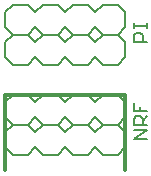
<source format=gto>
G75*
%MOIN*%
%OFA0B0*%
%FSLAX25Y25*%
%IPPOS*%
%LPD*%
%AMOC8*
5,1,8,0,0,1.08239X$1,22.5*
%
%ADD10C,0.01200*%
%ADD11C,0.00600*%
%ADD12C,0.00800*%
D10*
X0006000Y0001600D02*
X0006000Y0026600D01*
X0046000Y0026600D01*
X0046000Y0001600D01*
D11*
X0048796Y0011900D02*
X0053200Y0014836D01*
X0048796Y0014836D01*
X0048796Y0016504D02*
X0048796Y0018706D01*
X0049530Y0019440D01*
X0050998Y0019440D01*
X0051732Y0018706D01*
X0051732Y0016504D01*
X0051732Y0017972D02*
X0053200Y0019440D01*
X0053200Y0021108D02*
X0048796Y0021108D01*
X0048796Y0024044D01*
X0050998Y0022576D02*
X0050998Y0021108D01*
X0053200Y0016504D02*
X0048796Y0016504D01*
X0048796Y0011900D02*
X0053200Y0011900D01*
X0053200Y0044400D02*
X0048796Y0044400D01*
X0048796Y0046602D01*
X0049530Y0047336D01*
X0050998Y0047336D01*
X0051732Y0046602D01*
X0051732Y0044400D01*
X0053200Y0049004D02*
X0053200Y0050472D01*
X0053200Y0049738D02*
X0048796Y0049738D01*
X0048796Y0049004D02*
X0048796Y0050472D01*
D12*
X0046000Y0049100D02*
X0046000Y0054100D01*
X0043500Y0056600D01*
X0038500Y0056600D01*
X0036000Y0054100D01*
X0033500Y0056600D01*
X0028500Y0056600D01*
X0026000Y0054100D01*
X0023500Y0056600D01*
X0018500Y0056600D01*
X0016000Y0054100D01*
X0013500Y0056600D01*
X0008500Y0056600D01*
X0006000Y0054100D01*
X0006000Y0049100D01*
X0008500Y0046600D01*
X0006000Y0044100D01*
X0006000Y0039100D01*
X0008500Y0036600D01*
X0013500Y0036600D01*
X0016000Y0039100D01*
X0018500Y0036600D01*
X0023500Y0036600D01*
X0026000Y0039100D01*
X0028500Y0036600D01*
X0033500Y0036600D01*
X0036000Y0039100D01*
X0038500Y0036600D01*
X0043500Y0036600D01*
X0046000Y0039100D01*
X0046000Y0044100D01*
X0043500Y0046600D01*
X0038500Y0046600D01*
X0036000Y0044100D01*
X0033500Y0046600D01*
X0028500Y0046600D01*
X0026000Y0044100D01*
X0023500Y0046600D01*
X0018500Y0046600D01*
X0016000Y0044100D01*
X0013500Y0046600D01*
X0008500Y0046600D01*
X0013500Y0046600D01*
X0016000Y0049100D01*
X0018500Y0046600D01*
X0023500Y0046600D01*
X0026000Y0049100D01*
X0028500Y0046600D01*
X0033500Y0046600D01*
X0036000Y0049100D01*
X0038500Y0046600D01*
X0043500Y0046600D01*
X0046000Y0049100D01*
X0043500Y0026600D02*
X0038500Y0026600D01*
X0036000Y0024100D01*
X0033500Y0026600D01*
X0028500Y0026600D01*
X0026000Y0024100D01*
X0023500Y0026600D01*
X0018500Y0026600D01*
X0016000Y0024100D01*
X0013500Y0026600D01*
X0008500Y0026600D01*
X0006000Y0024100D01*
X0006000Y0019100D01*
X0008500Y0016600D01*
X0013500Y0016600D01*
X0016000Y0019100D01*
X0018500Y0016600D01*
X0023500Y0016600D01*
X0026000Y0019100D01*
X0028500Y0016600D01*
X0033500Y0016600D01*
X0036000Y0019100D01*
X0038500Y0016600D01*
X0043500Y0016600D01*
X0046000Y0019100D01*
X0046000Y0024100D01*
X0043500Y0026600D01*
X0043500Y0016600D02*
X0038500Y0016600D01*
X0036000Y0014100D01*
X0033500Y0016600D01*
X0028500Y0016600D01*
X0026000Y0014100D01*
X0023500Y0016600D01*
X0018500Y0016600D01*
X0016000Y0014100D01*
X0013500Y0016600D01*
X0008500Y0016600D01*
X0006000Y0014100D01*
X0006000Y0009100D01*
X0008500Y0006600D01*
X0013500Y0006600D01*
X0016000Y0009100D01*
X0018500Y0006600D01*
X0023500Y0006600D01*
X0026000Y0009100D01*
X0028500Y0006600D01*
X0033500Y0006600D01*
X0036000Y0009100D01*
X0038500Y0006600D01*
X0043500Y0006600D01*
X0046000Y0009100D01*
X0046000Y0014100D01*
X0043500Y0016600D01*
M02*

</source>
